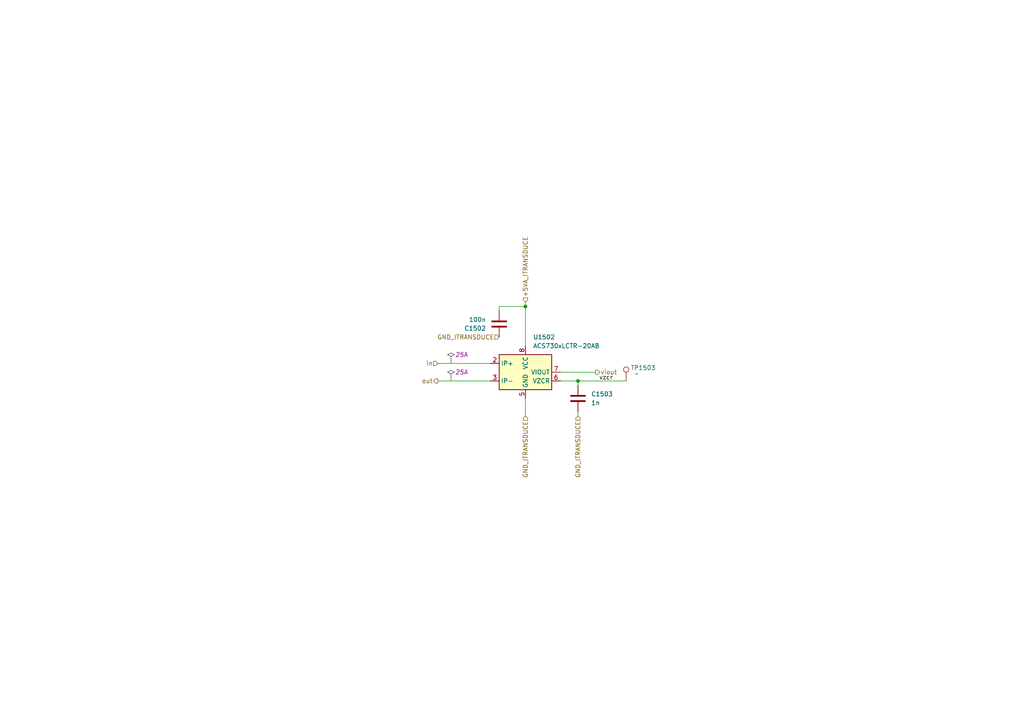
<source format=kicad_sch>
(kicad_sch
	(version 20231120)
	(generator "eeschema")
	(generator_version "8.0")
	(uuid "2a381138-910a-4075-85a1-44882ad66f00")
	(paper "A4")
	(title_block
		(title "Measurement")
		(date "2025-02-23")
		(rev "0.0.0")
		(company "Open Battery Tester")
		(comment 1 "I Transduce")
	)
	(lib_symbols
		(symbol "meas:ACS730xLCTR-20AB"
			(exclude_from_sim no)
			(in_bom yes)
			(on_board yes)
			(property "Reference" "U"
				(at -7.62 6.35 0)
				(effects
					(font
						(size 1.27 1.27)
					)
					(justify left)
				)
			)
			(property "Value" "ACS730xLCTR-20AB"
				(at 1.27 6.35 0)
				(effects
					(font
						(size 1.27 1.27)
					)
					(justify left)
				)
			)
			(property "Footprint" "Package_SO:SOIC-8_3.9x4.9mm_P1.27mm"
				(at 8.89 -2.54 0)
				(effects
					(font
						(size 1.27 1.27)
						(italic yes)
					)
					(justify left)
					(hide yes)
				)
			)
			(property "Datasheet" "http://www.allegromicro.com/~/media/Files/Datasheets/ACS730-Datasheet.ashx?la=en"
				(at 0 0 0)
				(effects
					(font
						(size 1.27 1.27)
					)
					(hide yes)
				)
			)
			(property "Description" "±20A Bidirectional Hall-Effect Current Sensor, +5.0V supply, 100mV/A, SOIC-8"
				(at 0 0 0)
				(effects
					(font
						(size 1.27 1.27)
					)
					(hide yes)
				)
			)
			(property "ki_keywords" "hall effect current monitor sensor isolated"
				(at 0 0 0)
				(effects
					(font
						(size 1.27 1.27)
					)
					(hide yes)
				)
			)
			(property "ki_fp_filters" "SOIC*3.9x4.9mm*P1.27mm*"
				(at 0 0 0)
				(effects
					(font
						(size 1.27 1.27)
					)
					(hide yes)
				)
			)
			(symbol "ACS730xLCTR-20AB_0_1"
				(rectangle
					(start -7.62 5.08)
					(end 7.62 -5.08)
					(stroke
						(width 0.254)
						(type default)
					)
					(fill
						(type background)
					)
				)
			)
			(symbol "ACS730xLCTR-20AB_1_1"
				(pin passive line
					(at -10.16 2.54 0)
					(length 2.54) hide
					(name "IP+"
						(effects
							(font
								(size 1.27 1.27)
							)
						)
					)
					(number "1"
						(effects
							(font
								(size 1.27 1.27)
							)
						)
					)
				)
				(pin passive line
					(at -10.16 2.54 0)
					(length 2.54)
					(name "IP+"
						(effects
							(font
								(size 1.27 1.27)
							)
						)
					)
					(number "2"
						(effects
							(font
								(size 1.27 1.27)
							)
						)
					)
				)
				(pin passive line
					(at -10.16 -2.54 0)
					(length 2.54)
					(name "IP-"
						(effects
							(font
								(size 1.27 1.27)
							)
						)
					)
					(number "3"
						(effects
							(font
								(size 1.27 1.27)
							)
						)
					)
				)
				(pin passive line
					(at -10.16 -2.54 0)
					(length 2.54) hide
					(name "IP-"
						(effects
							(font
								(size 1.27 1.27)
							)
						)
					)
					(number "4"
						(effects
							(font
								(size 1.27 1.27)
							)
						)
					)
				)
				(pin power_in line
					(at 0 -7.62 90)
					(length 2.54)
					(name "GND"
						(effects
							(font
								(size 1.27 1.27)
							)
						)
					)
					(number "5"
						(effects
							(font
								(size 1.27 1.27)
							)
						)
					)
				)
				(pin passive line
					(at 10.16 -2.54 180)
					(length 2.54)
					(name "VZCR"
						(effects
							(font
								(size 1.27 1.27)
							)
						)
					)
					(number "6"
						(effects
							(font
								(size 1.27 1.27)
							)
						)
					)
				)
				(pin output line
					(at 10.16 0 180)
					(length 2.54)
					(name "VIOUT"
						(effects
							(font
								(size 1.27 1.27)
							)
						)
					)
					(number "7"
						(effects
							(font
								(size 1.27 1.27)
							)
						)
					)
				)
				(pin power_in line
					(at 0 7.62 270)
					(length 2.54)
					(name "VCC"
						(effects
							(font
								(size 1.27 1.27)
							)
						)
					)
					(number "8"
						(effects
							(font
								(size 1.27 1.27)
							)
						)
					)
				)
			)
		)
		(symbol "meas:C"
			(pin_numbers hide)
			(pin_names
				(offset 0.254)
			)
			(exclude_from_sim no)
			(in_bom yes)
			(on_board yes)
			(property "Reference" "C"
				(at 0.635 2.54 0)
				(effects
					(font
						(size 1.27 1.27)
					)
					(justify left)
				)
			)
			(property "Value" "C"
				(at 0.635 -2.54 0)
				(effects
					(font
						(size 1.27 1.27)
					)
					(justify left)
				)
			)
			(property "Footprint" ""
				(at 0.9652 -3.81 0)
				(effects
					(font
						(size 1.27 1.27)
					)
					(hide yes)
				)
			)
			(property "Datasheet" "~"
				(at 0 0 0)
				(effects
					(font
						(size 1.27 1.27)
					)
					(hide yes)
				)
			)
			(property "Description" "Unpolarized capacitor"
				(at 0 0 0)
				(effects
					(font
						(size 1.27 1.27)
					)
					(hide yes)
				)
			)
			(property "ki_keywords" "cap capacitor"
				(at 0 0 0)
				(effects
					(font
						(size 1.27 1.27)
					)
					(hide yes)
				)
			)
			(property "ki_fp_filters" "C_*"
				(at 0 0 0)
				(effects
					(font
						(size 1.27 1.27)
					)
					(hide yes)
				)
			)
			(symbol "C_0_1"
				(polyline
					(pts
						(xy -2.032 -0.762) (xy 2.032 -0.762)
					)
					(stroke
						(width 0.508)
						(type default)
					)
					(fill
						(type none)
					)
				)
				(polyline
					(pts
						(xy -2.032 0.762) (xy 2.032 0.762)
					)
					(stroke
						(width 0.508)
						(type default)
					)
					(fill
						(type none)
					)
				)
			)
			(symbol "C_1_1"
				(pin passive line
					(at 0 3.81 270)
					(length 2.794)
					(name "~"
						(effects
							(font
								(size 1.27 1.27)
							)
						)
					)
					(number "1"
						(effects
							(font
								(size 1.27 1.27)
							)
						)
					)
				)
				(pin passive line
					(at 0 -3.81 90)
					(length 2.794)
					(name "~"
						(effects
							(font
								(size 1.27 1.27)
							)
						)
					)
					(number "2"
						(effects
							(font
								(size 1.27 1.27)
							)
						)
					)
				)
			)
		)
		(symbol "meas:TestPoint"
			(pin_numbers hide)
			(pin_names
				(offset 0.762) hide)
			(exclude_from_sim no)
			(in_bom yes)
			(on_board yes)
			(property "Reference" "TP"
				(at 0 6.858 0)
				(effects
					(font
						(size 1.27 1.27)
					)
				)
			)
			(property "Value" "TestPoint"
				(at 0 5.08 0)
				(effects
					(font
						(size 1.27 1.27)
					)
				)
			)
			(property "Footprint" ""
				(at 5.08 0 0)
				(effects
					(font
						(size 1.27 1.27)
					)
					(hide yes)
				)
			)
			(property "Datasheet" "~"
				(at 5.08 0 0)
				(effects
					(font
						(size 1.27 1.27)
					)
					(hide yes)
				)
			)
			(property "Description" "test point"
				(at 0 0 0)
				(effects
					(font
						(size 1.27 1.27)
					)
					(hide yes)
				)
			)
			(property "ki_keywords" "test point tp"
				(at 0 0 0)
				(effects
					(font
						(size 1.27 1.27)
					)
					(hide yes)
				)
			)
			(property "ki_fp_filters" "Pin* Test*"
				(at 0 0 0)
				(effects
					(font
						(size 1.27 1.27)
					)
					(hide yes)
				)
			)
			(symbol "TestPoint_0_1"
				(circle
					(center 0 3.302)
					(radius 0.762)
					(stroke
						(width 0)
						(type default)
					)
					(fill
						(type none)
					)
				)
			)
			(symbol "TestPoint_1_1"
				(pin passive line
					(at 0 0 90)
					(length 2.54)
					(name "1"
						(effects
							(font
								(size 1.27 1.27)
							)
						)
					)
					(number "1"
						(effects
							(font
								(size 1.27 1.27)
							)
						)
					)
				)
			)
		)
	)
	(junction
		(at 152.4 88.9)
		(diameter 0)
		(color 0 0 0 0)
		(uuid "378fe545-4f85-4828-b877-abdb145a15ec")
	)
	(junction
		(at 167.64 110.49)
		(diameter 0)
		(color 0 0 0 0)
		(uuid "47e0da34-ec4b-4c33-be9a-6debf0e63c5f")
	)
	(wire
		(pts
			(xy 152.4 88.9) (xy 152.4 100.33)
		)
		(stroke
			(width 0)
			(type default)
		)
		(uuid "044d301f-3995-4bde-8b11-247b07feb53e")
	)
	(wire
		(pts
			(xy 167.64 120.65) (xy 167.64 119.38)
		)
		(stroke
			(width 0)
			(type default)
		)
		(uuid "0d22f7a8-0c5e-4549-b41e-50bee6913001")
	)
	(wire
		(pts
			(xy 167.64 110.49) (xy 181.61 110.49)
		)
		(stroke
			(width 0)
			(type default)
		)
		(uuid "0d5ca0f7-8205-4b8f-b35a-adf594ddbb2f")
	)
	(wire
		(pts
			(xy 152.4 120.65) (xy 152.4 115.57)
		)
		(stroke
			(width 0)
			(type default)
		)
		(uuid "1c399111-85d4-465b-971d-96ed048f21b1")
	)
	(wire
		(pts
			(xy 127 105.41) (xy 142.24 105.41)
		)
		(stroke
			(width 0)
			(type default)
		)
		(uuid "20adbd14-7338-42df-8a2f-e2dd0a767dd0")
	)
	(wire
		(pts
			(xy 152.4 87.63) (xy 152.4 88.9)
		)
		(stroke
			(width 0)
			(type default)
		)
		(uuid "2c3c1bff-dbd9-47eb-935e-12e4a8b6f813")
	)
	(wire
		(pts
			(xy 144.78 88.9) (xy 152.4 88.9)
		)
		(stroke
			(width 0)
			(type default)
		)
		(uuid "325ed3bd-6f40-4f9a-b9bf-7c138583982b")
	)
	(wire
		(pts
			(xy 162.56 110.49) (xy 167.64 110.49)
		)
		(stroke
			(width 0)
			(type default)
		)
		(uuid "34efbb5c-7414-4e93-8a5c-a0e49ac1490d")
	)
	(wire
		(pts
			(xy 127 110.49) (xy 142.24 110.49)
		)
		(stroke
			(width 0)
			(type default)
		)
		(uuid "61f8bd87-5b2c-4952-85da-c3bef897a5f6")
	)
	(wire
		(pts
			(xy 167.64 111.76) (xy 167.64 110.49)
		)
		(stroke
			(width 0)
			(type default)
		)
		(uuid "7376d023-31ad-4ed4-9bcd-936f645d9db7")
	)
	(wire
		(pts
			(xy 144.78 90.17) (xy 144.78 88.9)
		)
		(stroke
			(width 0)
			(type default)
		)
		(uuid "ae45a313-ed52-4857-b30c-7281e2699c76")
	)
	(wire
		(pts
			(xy 162.56 107.95) (xy 172.72 107.95)
		)
		(stroke
			(width 0)
			(type default)
		)
		(uuid "fc7f124d-c3f4-4c76-9f5b-fb5fc57553ed")
	)
	(label "vzcr"
		(at 177.8 110.49 180)
		(fields_autoplaced yes)
		(effects
			(font
				(size 1.27 1.27)
			)
			(justify right bottom)
		)
		(uuid "1e1e7157-5d52-4698-85bc-dd0d44199206")
	)
	(hierarchical_label "+5VA_ITRANSDUCE"
		(shape input)
		(at 152.4 87.63 90)
		(fields_autoplaced yes)
		(effects
			(font
				(size 1.27 1.27)
			)
			(justify left)
		)
		(uuid "33667314-d1c0-440e-af4b-b767d3fe26ff")
	)
	(hierarchical_label "GND_ITRANSDUCE"
		(shape input)
		(at 152.4 120.65 270)
		(fields_autoplaced yes)
		(effects
			(font
				(size 1.27 1.27)
			)
			(justify right)
		)
		(uuid "5e3dc1c8-614f-4f61-b616-9a91da2478eb")
	)
	(hierarchical_label "viout"
		(shape output)
		(at 172.72 107.95 0)
		(fields_autoplaced yes)
		(effects
			(font
				(size 1.27 1.27)
			)
			(justify left)
		)
		(uuid "7bb242e0-acd5-4e4b-947f-6d89cebdb6f4")
	)
	(hierarchical_label "in"
		(shape input)
		(at 127 105.41 180)
		(fields_autoplaced yes)
		(effects
			(font
				(size 1.27 1.27)
			)
			(justify right)
		)
		(uuid "929b8fd3-22a3-4e3a-8b0c-c3dac8c93ac2")
	)
	(hierarchical_label "out"
		(shape output)
		(at 127 110.49 180)
		(fields_autoplaced yes)
		(effects
			(font
				(size 1.27 1.27)
			)
			(justify right)
		)
		(uuid "a9812660-b426-4984-9130-7066a4102ed9")
	)
	(hierarchical_label "GND_ITRANSDUCE"
		(shape input)
		(at 144.78 97.79 180)
		(fields_autoplaced yes)
		(effects
			(font
				(size 1.27 1.27)
			)
			(justify right)
		)
		(uuid "aecd3838-06e6-4441-b503-7e05be58804f")
	)
	(hierarchical_label "GND_ITRANSDUCE"
		(shape input)
		(at 167.64 120.65 270)
		(fields_autoplaced yes)
		(effects
			(font
				(size 1.27 1.27)
			)
			(justify right)
		)
		(uuid "e817bb94-ef01-4193-bafd-350293233bf5")
	)
	(netclass_flag ""
		(length 2.54)
		(shape diamond)
		(at 130.81 105.41 0)
		(fields_autoplaced yes)
		(effects
			(font
				(size 1.27 1.27)
			)
			(justify left bottom)
		)
		(uuid "6a6010cb-ccd2-4954-95fe-f0cbc14572e4")
		(property "Netclass" "25A"
			(at 132.0165 102.87 0)
			(effects
				(font
					(size 1.27 1.27)
					(italic yes)
				)
				(justify left)
			)
		)
	)
	(netclass_flag ""
		(length 2.54)
		(shape diamond)
		(at 130.81 110.49 0)
		(fields_autoplaced yes)
		(effects
			(font
				(size 1.27 1.27)
			)
			(justify left bottom)
		)
		(uuid "b36cf235-66ff-44b7-93cd-e6ee1b0baad9")
		(property "Netclass" "25A"
			(at 132.0165 107.95 0)
			(effects
				(font
					(size 1.27 1.27)
					(italic yes)
				)
				(justify left)
			)
		)
	)
	(symbol
		(lib_id "meas:TestPoint")
		(at 181.61 110.49 0)
		(unit 1)
		(exclude_from_sim no)
		(in_bom yes)
		(on_board yes)
		(dnp no)
		(uuid "125e737b-b23f-4e9b-ab9b-be12945d6d15")
		(property "Reference" "TP1503"
			(at 182.88 106.68 0)
			(effects
				(font
					(size 1.27 1.27)
				)
				(justify left)
			)
		)
		(property "Value" "~"
			(at 184.15 108.4579 0)
			(effects
				(font
					(size 1.27 1.27)
				)
				(justify left)
			)
		)
		(property "Footprint" "meas:TP_0805_2012Metric"
			(at 186.69 110.49 0)
			(effects
				(font
					(size 1.27 1.27)
				)
				(hide yes)
			)
		)
		(property "Datasheet" "./datasheet/RCTCTE.pdf"
			(at 186.69 110.49 0)
			(effects
				(font
					(size 1.27 1.27)
				)
				(hide yes)
			)
		)
		(property "Description" "test point"
			(at 181.61 110.49 0)
			(effects
				(font
					(size 1.27 1.27)
				)
				(hide yes)
			)
		)
		(property "MPN" "RCTCTE"
			(at 181.61 110.49 0)
			(effects
				(font
					(size 1.27 1.27)
				)
				(hide yes)
			)
		)
		(property "VPN" "660-RCTCTE"
			(at 181.61 110.49 0)
			(effects
				(font
					(size 1.27 1.27)
				)
				(hide yes)
			)
		)
		(pin "1"
			(uuid "57ccb002-e039-4c02-ae34-858e2223be3b")
		)
		(instances
			(project "pss"
				(path "/3c438cf7-9350-4e9f-8115-1deba8984176/930a3603-b5c1-4234-96f5-716c518f6fe1"
					(reference "TP1503")
					(unit 1)
				)
			)
			(project "meas"
				(path "/f710e4da-f895-4fe1-9122-3234febe82c7/d8b83012-dd63-42fd-bab5-7d89e6ad661d"
					(reference "TP902")
					(unit 1)
				)
			)
		)
	)
	(symbol
		(lib_id "meas:C")
		(at 167.64 115.57 0)
		(unit 1)
		(exclude_from_sim no)
		(in_bom yes)
		(on_board yes)
		(dnp no)
		(uuid "30ef4d26-6b8a-456b-b2d9-9e808e0a06b6")
		(property "Reference" "C1503"
			(at 171.45 114.2999 0)
			(effects
				(font
					(size 1.27 1.27)
				)
				(justify left)
			)
		)
		(property "Value" "1n"
			(at 171.45 116.8399 0)
			(effects
				(font
					(size 1.27 1.27)
				)
				(justify left)
			)
		)
		(property "Footprint" "meas:C_0805_2012Metric_Pad1.18x1.45mm_HandSolder"
			(at 168.6052 119.38 0)
			(effects
				(font
					(size 1.27 1.27)
				)
				(hide yes)
			)
		)
		(property "Datasheet" "./datasheet/C_SMD_C0G_Kemet.pdf"
			(at 167.64 115.57 0)
			(effects
				(font
					(size 1.27 1.27)
				)
				(hide yes)
			)
		)
		(property "Description" "Unpolarized capacitor"
			(at 167.64 115.57 0)
			(effects
				(font
					(size 1.27 1.27)
				)
				(hide yes)
			)
		)
		(property "MPN" "C0805C102J5GACTU"
			(at 167.64 115.57 0)
			(effects
				(font
					(size 1.27 1.27)
				)
				(hide yes)
			)
		)
		(property "VPN" "80-C0805C102J5G"
			(at 167.64 115.57 0)
			(effects
				(font
					(size 1.27 1.27)
				)
				(hide yes)
			)
		)
		(pin "1"
			(uuid "2f248e3f-8058-43f4-a1c7-dd6d2c439246")
		)
		(pin "2"
			(uuid "1fcbd467-05a3-45d7-8387-60bdc3558aba")
		)
		(instances
			(project "pss"
				(path "/3c438cf7-9350-4e9f-8115-1deba8984176/930a3603-b5c1-4234-96f5-716c518f6fe1"
					(reference "C1503")
					(unit 1)
				)
			)
			(project "meas"
				(path "/f710e4da-f895-4fe1-9122-3234febe82c7/d8b83012-dd63-42fd-bab5-7d89e6ad661d"
					(reference "C902")
					(unit 1)
				)
			)
		)
	)
	(symbol
		(lib_id "meas:C")
		(at 144.78 93.98 180)
		(unit 1)
		(exclude_from_sim no)
		(in_bom yes)
		(on_board yes)
		(dnp no)
		(uuid "34b84019-5187-42c0-ab99-8595639e9403")
		(property "Reference" "C1502"
			(at 140.97 95.2501 0)
			(effects
				(font
					(size 1.27 1.27)
				)
				(justify left)
			)
		)
		(property "Value" "100n"
			(at 140.97 92.7101 0)
			(effects
				(font
					(size 1.27 1.27)
				)
				(justify left)
			)
		)
		(property "Footprint" "meas:C_0805_2012Metric_Pad1.18x1.45mm_HandSolder"
			(at 143.8148 90.17 0)
			(effects
				(font
					(size 1.27 1.27)
				)
				(hide yes)
			)
		)
		(property "Datasheet" "./datasheet/C_SMD_X7R_Kemet.pdf"
			(at 144.78 93.98 0)
			(effects
				(font
					(size 1.27 1.27)
				)
				(hide yes)
			)
		)
		(property "Description" "Unpolarized capacitor"
			(at 144.78 93.98 0)
			(effects
				(font
					(size 1.27 1.27)
				)
				(hide yes)
			)
		)
		(property "MPN" "C0805C104K3RACTU"
			(at 144.78 93.98 0)
			(effects
				(font
					(size 1.27 1.27)
				)
				(hide yes)
			)
		)
		(property "VPN" "80-C0805C104K3R"
			(at 144.78 93.98 0)
			(effects
				(font
					(size 1.27 1.27)
				)
				(hide yes)
			)
		)
		(pin "1"
			(uuid "1710ac05-821e-47ae-b865-d642e6f9a4d6")
		)
		(pin "2"
			(uuid "e7efa691-2bc2-4fc5-929a-3b59732fd960")
		)
		(instances
			(project "pss"
				(path "/3c438cf7-9350-4e9f-8115-1deba8984176/930a3603-b5c1-4234-96f5-716c518f6fe1"
					(reference "C1502")
					(unit 1)
				)
			)
			(project "meas"
				(path "/f710e4da-f895-4fe1-9122-3234febe82c7/d8b83012-dd63-42fd-bab5-7d89e6ad661d"
					(reference "C901")
					(unit 1)
				)
			)
		)
	)
	(symbol
		(lib_id "meas:ACS730xLCTR-20AB")
		(at 152.4 107.95 0)
		(unit 1)
		(exclude_from_sim no)
		(in_bom yes)
		(on_board yes)
		(dnp no)
		(fields_autoplaced yes)
		(uuid "4e69e973-2764-4267-b2de-63ccdeac4cd8")
		(property "Reference" "U1502"
			(at 154.5941 97.79 0)
			(effects
				(font
					(size 1.27 1.27)
				)
				(justify left)
			)
		)
		(property "Value" "ACS730xLCTR-20AB"
			(at 154.5941 100.33 0)
			(effects
				(font
					(size 1.27 1.27)
				)
				(justify left)
			)
		)
		(property "Footprint" "meas:SOIC-8_3.9x4.9mm_P1.27mm"
			(at 161.29 110.49 0)
			(effects
				(font
					(size 1.27 1.27)
					(italic yes)
				)
				(justify left)
				(hide yes)
			)
		)
		(property "Datasheet" "./datasheet/ACS730KLCTR-20AB-T.pdf"
			(at 152.4 107.95 0)
			(effects
				(font
					(size 1.27 1.27)
				)
				(hide yes)
			)
		)
		(property "Description" "±20A Bidirectional Hall-Effect Current Sensor, +5.0V supply, 100mV/A, SOIC-8"
			(at 152.4 107.95 0)
			(effects
				(font
					(size 1.27 1.27)
				)
				(hide yes)
			)
		)
		(property "MPN" "ACS730KLCTR-20AB-T"
			(at 152.4 107.95 0)
			(effects
				(font
					(size 1.27 1.27)
				)
				(hide yes)
			)
		)
		(property "VPN" "250-730KLCTR20ABT"
			(at 152.4 107.95 0)
			(effects
				(font
					(size 1.27 1.27)
				)
				(hide yes)
			)
		)
		(pin "2"
			(uuid "9100af78-7aa1-4c97-8868-f5eda7459477")
		)
		(pin "3"
			(uuid "55935c65-767f-44ca-8b3b-d89effaaf48e")
		)
		(pin "1"
			(uuid "7cd27ca9-8fdc-4422-9ebf-821b7f8cd53a")
		)
		(pin "8"
			(uuid "20a0ee9e-cacd-414d-bec7-552a25943554")
		)
		(pin "5"
			(uuid "bf53b5e3-3514-4c43-bb5a-2e2a15d3f562")
		)
		(pin "4"
			(uuid "25ea2b5f-743c-47df-8b64-a7fc9ed672a3")
		)
		(pin "6"
			(uuid "c1a20753-aa20-4c6a-a46f-ecb89f2f1ac4")
		)
		(pin "7"
			(uuid "6dc66435-825f-41c6-983a-9941d140aa81")
		)
		(instances
			(project "pss"
				(path "/3c438cf7-9350-4e9f-8115-1deba8984176/930a3603-b5c1-4234-96f5-716c518f6fe1"
					(reference "U1502")
					(unit 1)
				)
			)
			(project "meas"
				(path "/f710e4da-f895-4fe1-9122-3234febe82c7/d8b83012-dd63-42fd-bab5-7d89e6ad661d"
					(reference "U901")
					(unit 1)
				)
			)
		)
	)
)

</source>
